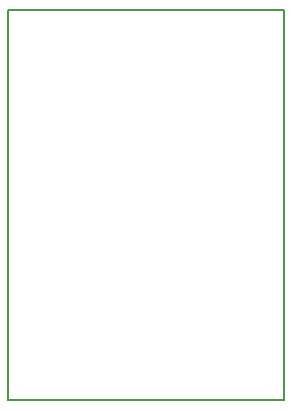
<source format=gbr>
G04 #@! TF.GenerationSoftware,KiCad,Pcbnew,5.0.2-bee76a0~70~ubuntu18.10.1*
G04 #@! TF.CreationDate,2019-02-15T20:09:43+01:00*
G04 #@! TF.ProjectId,vortex,766f7274-6578-42e6-9b69-6361645f7063,rev?*
G04 #@! TF.SameCoordinates,PX335a7c0PY7d7a120*
G04 #@! TF.FileFunction,Profile,NP*
%FSLAX46Y46*%
G04 Gerber Fmt 4.6, Leading zero omitted, Abs format (unit mm)*
G04 Created by KiCad (PCBNEW 5.0.2-bee76a0~70~ubuntu18.10.1) date Fr 15 Feb 2019 20:09:43 CET*
%MOMM*%
%LPD*%
G01*
G04 APERTURE LIST*
%ADD10C,0.150000*%
G04 APERTURE END LIST*
D10*
X23368000Y0D02*
X23368000Y33020000D01*
X0Y33020000D02*
X0Y0D01*
X23368000Y33020000D02*
X0Y33020000D01*
X0Y0D02*
X23368000Y0D01*
M02*

</source>
